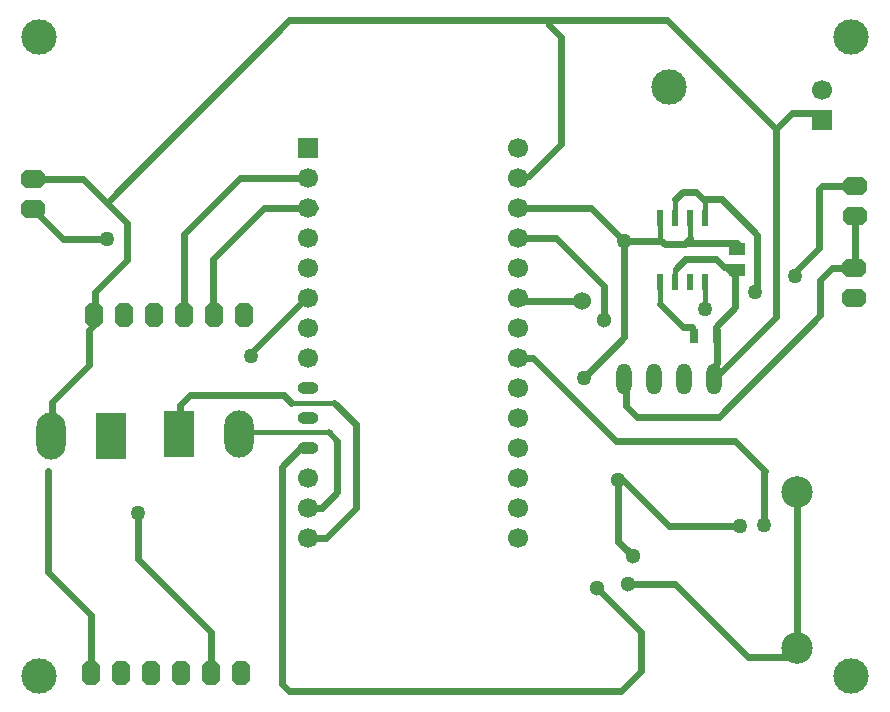
<source format=gbl>
%FSTAX25Y25*%
%MOIN*%
%SFA1B1*%

%IPPOS*%
%AMD44*
4,1,8,-0.030000,0.025000,-0.030000,-0.025000,-0.015000,-0.040000,0.015000,-0.040000,0.030000,-0.025000,0.030000,0.025000,0.015000,0.040000,-0.015000,0.040000,-0.030000,0.025000,0.0*
%
%AMD45*
4,1,8,-0.025000,-0.030000,0.025000,-0.030000,0.040000,-0.015000,0.040000,0.015000,0.025000,0.030000,-0.025000,0.030000,-0.040000,0.015000,-0.040000,-0.015000,-0.025000,-0.030000,0.0*
%
%ADD18R,0.057000X0.044000*%
%ADD19R,0.031500X0.051180*%
%ADD39C,0.023620*%
%ADD40C,0.019680*%
%ADD41C,0.060000*%
%ADD42O,0.098430X0.157480*%
%ADD43R,0.098430X0.157480*%
G04~CAMADD=44~4~0.0~0.0~800.0~600.0~0.0~150.0~0~0.0~0.0~0.0~0.0~0~0.0~0.0~0.0~0.0~0~0.0~0.0~0.0~90.0~600.0~800.0*
%ADD44D44*%
G04~CAMADD=45~4~0.0~0.0~800.0~600.0~0.0~150.0~0~0.0~0.0~0.0~0.0~0~0.0~0.0~0.0~0.0~0~0.0~0.0~0.0~180.0~800.0~600.0*
%ADD45D45*%
%ADD46C,0.118110*%
%ADD47O,0.051500X0.102990*%
%ADD48C,0.066930*%
%ADD49O,0.070870X0.039370*%
%ADD50R,0.066930X0.066930*%
%ADD51R,0.066930X0.066930*%
%ADD52C,0.105120*%
%ADD53C,0.050000*%
%ADD54C,0.051180*%
%ADD55R,0.022000X0.057500*%
%ADD56C,0.015750*%
%LNriver_level_sensor_datalogger-1*%
%LPD*%
G54D18*
X02427Y015245D03*
Y014535D03*
G54D19*
X0236137Y01234D03*
X0228263D03*
G54D39*
X0202275Y00884D02*
X02422D01*
X0174775Y01159D02*
X0202275Y00884D01*
X01697Y01159D02*
X0174775D01*
X01697Y01359D02*
X01707Y01349D01*
X0191109*
X0026542Y011364D02*
Y0125254D01*
X0014338Y0101435D02*
X0026542Y011364D01*
X0014338Y0097203D02*
Y0101435D01*
X0056952Y00904D02*
Y0100152D01*
X0060499Y0103699*
X0091619*
X00942Y0101119*
X0080775Y0116495D02*
Y0117774D01*
X0098901Y01359*
X001296Y0044743D02*
Y0078306D01*
Y0044743D02*
X0027409Y0030294D01*
X0043176Y0048975D02*
Y0064428D01*
Y0048975D02*
X0067409Y0024743D01*
Y0011081D02*
Y0024743D01*
X0024574Y017555D02*
X0039279Y0160845D01*
Y0148579D02*
Y0160845D01*
X0008137Y016555D02*
X0018117Y0155569D01*
X0032842*
X0027409Y0011081D02*
Y0030294D01*
X0090913Y0079782D02*
X0097131Y0086D01*
X0090913Y0007187D02*
Y0079782D01*
Y0007187D02*
X00933Y00048D01*
X0097131Y0086D02*
X01015D01*
Y0135744D02*
Y0136D01*
X0098901Y01359D02*
X00997D01*
X0008137Y017555D02*
X0024574D01*
X0032546Y0167577D02*
X0093532Y0228563D01*
X0219297*
X02702Y01724D02*
X02712Y01734D01*
X02702Y0152782D02*
Y01724D01*
X02612Y0143782D02*
X02702Y0152782D01*
X02712Y01734D02*
X02822D01*
X02202Y00599D02*
X02427D01*
X02047Y00754D02*
X02202Y00599D01*
X02517Y00604D02*
Y00779D01*
X02522Y00784*
X02422Y00884D02*
X02522Y00784D01*
X02032Y00754D02*
X02047D01*
X02627Y0016396D02*
Y0068404D01*
X0236137Y0114337D02*
Y01234D01*
X0235Y01132D02*
X0236137Y0114337D01*
X0235Y01088D02*
Y01132D01*
Y01088D02*
X02557Y01295D01*
X0235637Y01264D02*
X02422Y0132963D01*
X0239287Y0146313D02*
X02422Y01434D01*
Y0132963D02*
Y01434D01*
X02377Y01689D02*
X0249487Y0157113D01*
X0235632Y01489D02*
X0238219Y0146313D01*
X0225382Y01489D02*
X0235632D01*
X0249487Y0137687D02*
Y0157113D01*
X02492Y01374D02*
X0249487Y0137687D01*
X0238219Y0146313D02*
X0239287D01*
X0225318Y0154018D02*
X022545Y015415D01*
X0223262Y0154018D02*
X0225318D01*
X0223144Y01539D02*
X0223262Y0154018D01*
X02187Y01539D02*
X0223144D01*
X0222541Y0146059D02*
X0225382Y01489D01*
X022545Y015415D02*
X02427D01*
X022545D02*
X02272Y01559D01*
X02322Y01689D02*
X02377D01*
X02612Y01434D02*
Y0143782D01*
X02817Y01459D02*
X02822Y01464D01*
Y01634*
X0217163Y0155437D02*
X02175Y01551D01*
X02187Y01539*
X0102Y0066D02*
X01043D01*
X02032Y00547D02*
Y00749D01*
Y00547D02*
X02064Y00515D01*
X0172Y0166D02*
X01941D01*
X0205Y01551*
X00771Y0176D02*
X01015D01*
X02106Y00115D02*
Y00247D01*
X019655Y003875D02*
X02106Y00247D01*
X00999Y0146D02*
X01015D01*
X0085Y0166D02*
X0102D01*
X02464Y00162D02*
X02602D01*
X02064Y00405D02*
X02221D01*
X02464Y00162*
X01825Y0156D02*
X0198488Y0140012D01*
X01715Y0156D02*
X01825D01*
X0198488Y01285D02*
Y0140012D01*
X02064Y00518D02*
X02082Y005D01*
X02064Y00515D02*
Y00518D01*
X0102Y0056D02*
X01058D01*
X01157Y00659*
X0108481Y0101119D02*
X01157Y00939D01*
Y00659D02*
Y00939D01*
X01043Y0066D02*
X010948Y007118D01*
Y0088446*
X01733Y01765D02*
X01842Y01874D01*
Y02229*
X01802Y02269D02*
X01842Y02229D01*
X02039Y00048D02*
X02106Y00115D01*
X00933Y00048D02*
X02039D01*
X02292Y01714D02*
X02322Y01684D01*
X02247Y01714D02*
X02292D01*
X02222Y01689D02*
X02247Y01714D01*
X02172Y01339D02*
X02247Y01264D01*
X0227763*
X0219297Y0228563D02*
X025488Y019298D01*
X02557Y01295D02*
Y019216D01*
X0261039Y0197498*
X0271129*
X02052Y0122908D02*
Y01549D01*
X0191602Y0109309D02*
X02052Y0122908D01*
X0191602Y0108522D02*
Y0109309D01*
X0205Y01551D02*
X02175D01*
X0205Y01088D02*
X0205578Y0108222D01*
Y0099959D02*
Y0108222D01*
Y0099959D02*
X020922Y0096317D01*
X0236582*
X027044Y0130176*
Y0141987*
X0274354Y01459*
X02817*
X0058334Y0128404D02*
Y0157234D01*
X00771Y0176*
X0028609Y0137909D02*
X0039279Y0148579D01*
X0028609Y0127321D02*
Y0137909D01*
X0026542Y0125254D02*
X0028609Y0127321D01*
X0067881Y0131258D02*
Y0148881D01*
X0085Y0166*
G54D40*
X0106613Y0091313D02*
X010948Y0088446D01*
G54D41*
X0191109Y01349D03*
G54D42*
X0076657Y0090695D03*
X0013928Y0089833D03*
G54D43*
X0056657Y0090695D03*
X0033928Y0089833D03*
G54D44*
X0028295Y0130372D03*
X0038295D03*
X0048294D03*
X0058294D03*
X0078294D03*
X0068295D03*
X0027409Y0011081D03*
X0037409D03*
X0047409D03*
X0057409D03*
X0077409D03*
X0067409D03*
G54D45*
X02817Y01359D03*
Y01459D03*
X02822Y01734D03*
Y01634D03*
X0008137Y016555D03*
Y017555D03*
G54D46*
X022Y02063D03*
X0010007Y022299D03*
X0280775D03*
X0010007Y0009998D03*
X02807Y00099D03*
G54D47*
X0235Y01088D03*
X0225D03*
X0215D03*
X0205D03*
G54D48*
X01697Y00559D03*
Y00659D03*
Y00759D03*
Y00859D03*
Y00959D03*
Y01059D03*
Y01159D03*
Y01259D03*
Y01359D03*
Y01459D03*
Y01559D03*
Y01659D03*
Y01759D03*
X00997Y00559D03*
Y00659D03*
Y00759D03*
Y01159D03*
Y01259D03*
Y01359D03*
Y01459D03*
Y01559D03*
Y01659D03*
Y01759D03*
X01697Y01859D03*
X0271031Y0205432D03*
G54D49*
X00997Y00859D03*
Y00959D03*
Y01059D03*
G54D50*
X00997Y01859D03*
G54D51*
X0271031Y0195431D03*
G54D52*
X0262665Y0019132D03*
Y007114D03*
G54D53*
X0080775Y0116495D03*
X0043176Y0064428D03*
X0032842Y0155569D03*
X02517Y00604D03*
X02437Y00599D03*
X02487Y01379D03*
X02052Y01549D03*
X02622Y01434D03*
X02322Y01324D03*
X0191602Y0109309D03*
G54D54*
X01962Y00394D03*
X02032Y00754D03*
X02064Y00405D03*
X0198488Y01285D03*
X02082Y005D03*
G54D55*
X02322Y0162625D03*
X02272D03*
X02222D03*
X02172D03*
Y0141175D03*
X02222D03*
X02272D03*
X02322D03*
G54D56*
X0079113Y0091313D02*
X0106613D01*
X00942Y0101119D02*
X0108481D01*
X0217163Y0155437D02*
Y0162625D01*
X02272Y01559D02*
Y0162625D01*
X02322Y01654D02*
Y01684D01*
X02222Y01644D02*
Y01689D01*
X023945Y014615D02*
X02432D01*
X02222Y0141175D02*
Y0145718D01*
X02172Y01339D02*
Y0141175D01*
X02322Y01324D02*
Y0141175D01*
M02*
</source>
